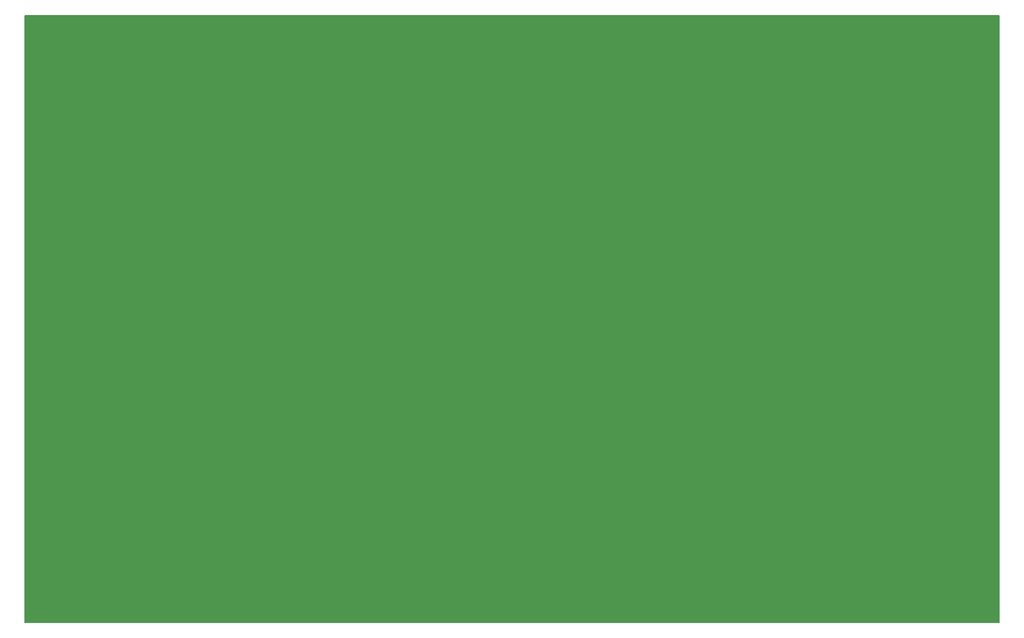
<source format=gbr>
%TF.GenerationSoftware,Flux,Pcbnew,9.0.4-9.0.4-0~ubuntu22.04.1*%
%TF.CreationDate,2025-10-20T13:02:17+00:00*%
%TF.ProjectId,input,696e7075-742e-46b6-9963-61645f706362,rev?*%
%TF.SameCoordinates,Original*%
%TF.FileFunction,Copper,L3,Inr*%
%TF.FilePolarity,Positive*%
%FSLAX46Y46*%
G04 Gerber Fmt 4.6, Leading zero omitted, Abs format (unit mm)*
G04 Filename: sarlls-iot*
G04 Build it with Flux! Visit our site at: https://www.flux.ai (PCBNEW 9.0.4-9.0.4-0~ubuntu22.04.1) date 2025-10-20 13:02:17*
%MOMM*%
%LPD*%
G01*
G04 APERTURE LIST*
G04 APERTURE END LIST*
%TA.AperFunction,Conductor*%
%TO.N,GND*%
G36*
X79512000Y-49600000D02*
G01*
X-79512000Y-49600000D01*
X-79600000Y-49512000D01*
X-79600000Y49512000D01*
X-79512000Y49600000D01*
X79512000Y49600000D01*
X79600000Y49512000D01*
X79600000Y-49512000D01*
X79512000Y-49600000D01*
G37*
%TD.AperFunction*%
%TD*%
M02*

</source>
